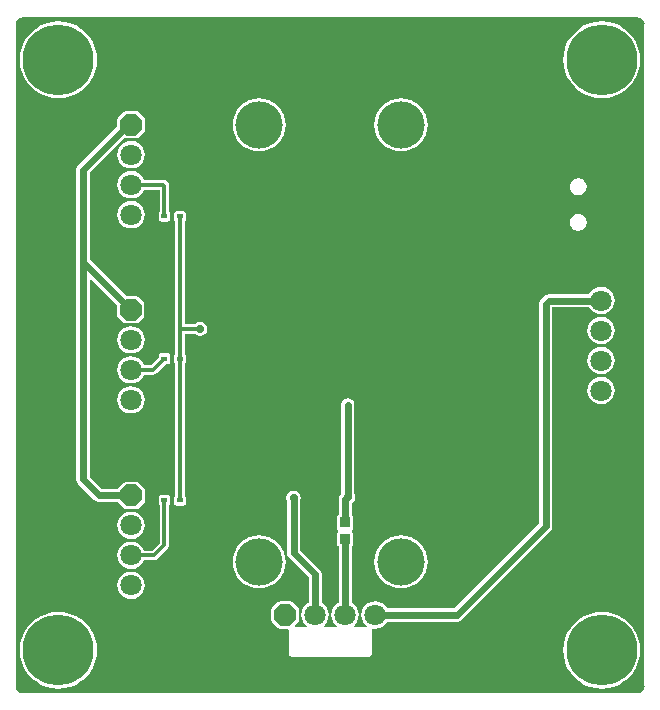
<source format=gbl>
G04 Layer_Physical_Order=2*
G04 Layer_Color=16711680*
%FSLAX44Y44*%
%MOMM*%
G71*
G01*
G75*
%ADD11R,0.8500X0.8500*%
%ADD15C,0.6000*%
%ADD16C,0.3000*%
%ADD17C,1.8000*%
%ADD18P,1.9483X8X22.5*%
%ADD19P,1.9483X8X292.5*%
%ADD20C,6.0000*%
%ADD21C,4.0000*%
%ADD22C,0.7000*%
%ADD23R,0.5000X0.4000*%
G36*
X532381Y575749D02*
X534400Y574400D01*
X535749Y572381D01*
X536189Y570167D01*
X536156Y570000D01*
Y10000D01*
X536189Y9833D01*
X535749Y7619D01*
X534400Y5600D01*
X532381Y4251D01*
X531199Y4016D01*
X530000Y3844D01*
Y3844D01*
X10000D01*
X9833Y3811D01*
X7619Y4251D01*
X5600Y5600D01*
X4251Y7619D01*
X4016Y8801D01*
X3844Y10000D01*
X3844D01*
Y570000D01*
X3811Y570167D01*
X4251Y572381D01*
X5600Y574400D01*
X7619Y575749D01*
X9833Y576189D01*
X10000Y576156D01*
X530000D01*
X530167Y576189D01*
X532381Y575749D01*
D02*
G37*
%LPC*%
G36*
X499500Y271499D02*
X496498Y271104D01*
X493700Y269945D01*
X491298Y268102D01*
X489455Y265700D01*
X488296Y262902D01*
X487901Y259900D01*
X488296Y256898D01*
X489455Y254100D01*
X491298Y251698D01*
X493700Y249855D01*
X496498Y248696D01*
X499500Y248301D01*
X502502Y248696D01*
X505300Y249855D01*
X507702Y251698D01*
X509545Y254100D01*
X510704Y256898D01*
X511099Y259900D01*
X510704Y262902D01*
X509545Y265700D01*
X507702Y268102D01*
X505300Y269945D01*
X502502Y271104D01*
X499500Y271499D01*
D02*
G37*
G36*
X101250Y263749D02*
X98248Y263354D01*
X95450Y262195D01*
X93048Y260352D01*
X91205Y257950D01*
X90046Y255152D01*
X89651Y252150D01*
X90046Y249148D01*
X91205Y246350D01*
X93048Y243948D01*
X95450Y242105D01*
X98248Y240946D01*
X101250Y240551D01*
X104252Y240946D01*
X107050Y242105D01*
X109452Y243948D01*
X111295Y246350D01*
X112454Y249148D01*
X112849Y252150D01*
X112454Y255152D01*
X111295Y257950D01*
X109452Y260352D01*
X107050Y262195D01*
X104252Y263354D01*
X101250Y263749D01*
D02*
G37*
G36*
X101500Y157449D02*
X98498Y157054D01*
X95700Y155895D01*
X93298Y154052D01*
X91455Y151650D01*
X90296Y148852D01*
X89901Y145850D01*
X90296Y142848D01*
X91455Y140050D01*
X93298Y137648D01*
X95700Y135805D01*
X98498Y134646D01*
X101500Y134251D01*
X104502Y134646D01*
X107300Y135805D01*
X109702Y137648D01*
X111545Y140050D01*
X112704Y142848D01*
X113099Y145850D01*
X112704Y148852D01*
X111545Y151650D01*
X109702Y154052D01*
X107300Y155895D01*
X104502Y157054D01*
X101500Y157449D01*
D02*
G37*
G36*
X101250Y314549D02*
X98248Y314154D01*
X95450Y312995D01*
X93048Y311152D01*
X91205Y308750D01*
X90046Y305952D01*
X89651Y302950D01*
X90046Y299948D01*
X91205Y297150D01*
X93048Y294748D01*
X95450Y292905D01*
X98248Y291746D01*
X101250Y291351D01*
X104252Y291746D01*
X107050Y292905D01*
X109452Y294748D01*
X111295Y297150D01*
X112454Y299948D01*
X112849Y302950D01*
X112454Y305952D01*
X111295Y308750D01*
X109452Y311152D01*
X107050Y312995D01*
X104252Y314154D01*
X101250Y314549D01*
D02*
G37*
G36*
X132250Y291549D02*
X127250D01*
X126275Y291355D01*
X125448Y290802D01*
X124895Y289975D01*
X124701Y289000D01*
Y287719D01*
X118611Y281628D01*
X112008D01*
X111295Y283350D01*
X109452Y285752D01*
X107050Y287595D01*
X104252Y288754D01*
X101250Y289149D01*
X98248Y288754D01*
X95450Y287595D01*
X93048Y285752D01*
X91205Y283350D01*
X90046Y280552D01*
X89651Y277550D01*
X90046Y274548D01*
X91205Y271750D01*
X93048Y269348D01*
X95450Y267505D01*
X98248Y266346D01*
X101250Y265951D01*
X104252Y266346D01*
X107050Y267505D01*
X109452Y269348D01*
X111295Y271750D01*
X112008Y273472D01*
X120300D01*
X120300Y273472D01*
X121861Y273782D01*
X123184Y274666D01*
X130969Y282451D01*
X132250D01*
X133225Y282645D01*
X134052Y283198D01*
X134605Y284025D01*
X134799Y285000D01*
Y289000D01*
X134605Y289975D01*
X134052Y290802D01*
X133225Y291355D01*
X132250Y291549D01*
D02*
G37*
G36*
X499500Y296899D02*
X496498Y296504D01*
X493700Y295345D01*
X491298Y293502D01*
X489455Y291100D01*
X488296Y288302D01*
X487901Y285300D01*
X488296Y282298D01*
X489455Y279500D01*
X491298Y277098D01*
X493700Y275255D01*
X496498Y274096D01*
X499500Y273701D01*
X502502Y274096D01*
X505300Y275255D01*
X507702Y277098D01*
X509545Y279500D01*
X510704Y282298D01*
X511099Y285300D01*
X510704Y288302D01*
X509545Y291100D01*
X507702Y293502D01*
X505300Y295345D01*
X502502Y296504D01*
X499500Y296899D01*
D02*
G37*
G36*
X101500Y106649D02*
X98498Y106254D01*
X95700Y105095D01*
X93298Y103252D01*
X91455Y100850D01*
X90296Y98052D01*
X89901Y95050D01*
X90296Y92048D01*
X91455Y89250D01*
X93298Y86848D01*
X95700Y85005D01*
X98498Y83846D01*
X101500Y83451D01*
X104502Y83846D01*
X107300Y85005D01*
X109702Y86848D01*
X111545Y89250D01*
X112704Y92048D01*
X113099Y95050D01*
X112704Y98052D01*
X111545Y100850D01*
X109702Y103252D01*
X107300Y105095D01*
X104502Y106254D01*
X101500Y106649D01*
D02*
G37*
G36*
X500000Y72600D02*
X494900Y72199D01*
X489926Y71005D01*
X485200Y69047D01*
X480838Y66374D01*
X476948Y63052D01*
X473626Y59162D01*
X470953Y54800D01*
X468995Y50074D01*
X467801Y45100D01*
X467399Y40000D01*
X467801Y34900D01*
X468995Y29926D01*
X470953Y25200D01*
X473626Y20838D01*
X476948Y16948D01*
X480838Y13626D01*
X485200Y10953D01*
X489926Y8995D01*
X494900Y7801D01*
X500000Y7400D01*
X505100Y7801D01*
X510074Y8995D01*
X514800Y10953D01*
X519162Y13626D01*
X523052Y16948D01*
X526374Y20838D01*
X529047Y25200D01*
X531005Y29926D01*
X532199Y34900D01*
X532601Y40000D01*
X532199Y45100D01*
X531005Y50074D01*
X529047Y54800D01*
X526374Y59162D01*
X523052Y63052D01*
X519162Y66374D01*
X514800Y69047D01*
X510074Y71005D01*
X505100Y72199D01*
X500000Y72600D01*
D02*
G37*
G36*
X40000D02*
X34900Y72199D01*
X29926Y71005D01*
X25200Y69047D01*
X20838Y66374D01*
X16948Y63052D01*
X13626Y59162D01*
X10953Y54800D01*
X8995Y50074D01*
X7801Y45100D01*
X7400Y40000D01*
X7801Y34900D01*
X8995Y29926D01*
X10953Y25200D01*
X13626Y20838D01*
X16948Y16948D01*
X20838Y13626D01*
X25200Y10953D01*
X29926Y8995D01*
X34900Y7801D01*
X40000Y7400D01*
X45100Y7801D01*
X50074Y8995D01*
X54800Y10953D01*
X59162Y13626D01*
X63052Y16948D01*
X66374Y20838D01*
X69047Y25200D01*
X71005Y29926D01*
X72199Y34900D01*
X72600Y40000D01*
X72199Y45100D01*
X71005Y50074D01*
X69047Y54800D01*
X66374Y59162D01*
X63052Y63052D01*
X59162Y66374D01*
X54800Y69047D01*
X50074Y71005D01*
X45100Y72199D01*
X40000Y72600D01*
D02*
G37*
G36*
X132250Y171549D02*
X127250D01*
X126275Y171355D01*
X125448Y170802D01*
X124895Y169975D01*
X124701Y169000D01*
Y165000D01*
X124895Y164025D01*
X125448Y163198D01*
X125672Y163048D01*
Y131189D01*
X119011Y124528D01*
X112258D01*
X111545Y126250D01*
X109702Y128652D01*
X107300Y130495D01*
X104502Y131654D01*
X101500Y132049D01*
X98498Y131654D01*
X95700Y130495D01*
X93298Y128652D01*
X91455Y126250D01*
X90296Y123452D01*
X89901Y120450D01*
X90296Y117448D01*
X91455Y114650D01*
X93298Y112248D01*
X95700Y110405D01*
X98498Y109246D01*
X101500Y108851D01*
X104502Y109246D01*
X107300Y110405D01*
X109702Y112248D01*
X111545Y114650D01*
X112258Y116372D01*
X120700D01*
X120700Y116372D01*
X122261Y116682D01*
X123584Y117566D01*
X132634Y126616D01*
X133518Y127939D01*
X133828Y129500D01*
X133828Y129500D01*
Y163048D01*
X134052Y163198D01*
X134605Y164025D01*
X134799Y165000D01*
Y169000D01*
X134605Y169975D01*
X134052Y170802D01*
X133225Y171355D01*
X132250Y171549D01*
D02*
G37*
G36*
X330000Y137609D02*
X325589Y137174D01*
X321348Y135888D01*
X317439Y133799D01*
X314013Y130987D01*
X311201Y127561D01*
X309112Y123652D01*
X307826Y119411D01*
X307391Y115000D01*
X307826Y110589D01*
X309112Y106348D01*
X311201Y102439D01*
X314013Y99013D01*
X317439Y96201D01*
X321348Y94112D01*
X325589Y92826D01*
X330000Y92391D01*
X334411Y92826D01*
X338652Y94112D01*
X342561Y96201D01*
X345987Y99013D01*
X348798Y102439D01*
X350888Y106348D01*
X352174Y110589D01*
X352609Y115000D01*
X352174Y119411D01*
X350888Y123652D01*
X348798Y127561D01*
X345987Y130987D01*
X342561Y133799D01*
X338652Y135888D01*
X334411Y137174D01*
X330000Y137609D01*
D02*
G37*
G36*
X210000D02*
X205589Y137174D01*
X201348Y135888D01*
X197439Y133799D01*
X194013Y130987D01*
X191201Y127561D01*
X189112Y123652D01*
X187826Y119411D01*
X187391Y115000D01*
X187826Y110589D01*
X189112Y106348D01*
X191201Y102439D01*
X194013Y99013D01*
X197439Y96201D01*
X201348Y94112D01*
X205589Y92826D01*
X210000Y92391D01*
X214411Y92826D01*
X218652Y94112D01*
X222561Y96201D01*
X225987Y99013D01*
X228799Y102439D01*
X230888Y106348D01*
X232174Y110589D01*
X232609Y115000D01*
X232174Y119411D01*
X230888Y123652D01*
X228799Y127561D01*
X225987Y130987D01*
X222561Y133799D01*
X218652Y135888D01*
X214411Y137174D01*
X210000Y137609D01*
D02*
G37*
G36*
X499500Y322299D02*
X496498Y321904D01*
X493700Y320745D01*
X491298Y318902D01*
X489455Y316500D01*
X488296Y313702D01*
X487901Y310700D01*
X488296Y307698D01*
X489455Y304900D01*
X491298Y302498D01*
X493700Y300655D01*
X496498Y299496D01*
X499500Y299101D01*
X502502Y299496D01*
X505300Y300655D01*
X507702Y302498D01*
X509545Y304900D01*
X510704Y307698D01*
X511099Y310700D01*
X510704Y313702D01*
X509545Y316500D01*
X507702Y318902D01*
X505300Y320745D01*
X502502Y321904D01*
X499500Y322299D01*
D02*
G37*
G36*
X330000Y507609D02*
X325589Y507174D01*
X321348Y505888D01*
X317439Y503799D01*
X314013Y500987D01*
X311201Y497561D01*
X309112Y493652D01*
X307826Y489411D01*
X307391Y485000D01*
X307826Y480589D01*
X309112Y476348D01*
X311201Y472439D01*
X314013Y469013D01*
X317439Y466201D01*
X321348Y464112D01*
X325589Y462826D01*
X330000Y462391D01*
X334411Y462826D01*
X338652Y464112D01*
X342561Y466201D01*
X345987Y469013D01*
X348798Y472439D01*
X350888Y476348D01*
X352174Y480589D01*
X352609Y485000D01*
X352174Y489411D01*
X350888Y493652D01*
X348798Y497561D01*
X345987Y500987D01*
X342561Y503799D01*
X338652Y505888D01*
X334411Y507174D01*
X330000Y507609D01*
D02*
G37*
G36*
X210000D02*
X205589Y507174D01*
X201348Y505888D01*
X197439Y503799D01*
X194013Y500987D01*
X191201Y497561D01*
X189112Y493652D01*
X187826Y489411D01*
X187391Y485000D01*
X187826Y480589D01*
X189112Y476348D01*
X191201Y472439D01*
X194013Y469013D01*
X197439Y466201D01*
X201348Y464112D01*
X205589Y462826D01*
X210000Y462391D01*
X214411Y462826D01*
X218652Y464112D01*
X222561Y466201D01*
X225987Y469013D01*
X228799Y472439D01*
X230888Y476348D01*
X232174Y480589D01*
X232609Y485000D01*
X232174Y489411D01*
X230888Y493652D01*
X228799Y497561D01*
X225987Y500987D01*
X222561Y503799D01*
X218652Y505888D01*
X214411Y507174D01*
X210000Y507609D01*
D02*
G37*
G36*
X101500Y471249D02*
X98498Y470854D01*
X95700Y469695D01*
X93298Y467852D01*
X91455Y465450D01*
X90296Y462652D01*
X89901Y459650D01*
X90296Y456648D01*
X91455Y453850D01*
X93298Y451448D01*
X95700Y449605D01*
X98498Y448446D01*
X101500Y448051D01*
X104502Y448446D01*
X107300Y449605D01*
X109702Y451448D01*
X111545Y453850D01*
X112704Y456648D01*
X113099Y459650D01*
X112704Y462652D01*
X111545Y465450D01*
X109702Y467852D01*
X107300Y469695D01*
X104502Y470854D01*
X101500Y471249D01*
D02*
G37*
G36*
X500000Y572601D02*
X494900Y572199D01*
X489926Y571005D01*
X485200Y569047D01*
X480838Y566374D01*
X476948Y563052D01*
X473626Y559162D01*
X470953Y554800D01*
X468995Y550074D01*
X467801Y545100D01*
X467399Y540000D01*
X467801Y534900D01*
X468995Y529926D01*
X470953Y525200D01*
X473626Y520838D01*
X476948Y516948D01*
X480838Y513626D01*
X485200Y510953D01*
X489926Y508995D01*
X494900Y507801D01*
X500000Y507399D01*
X505100Y507801D01*
X510074Y508995D01*
X514800Y510953D01*
X519162Y513626D01*
X523052Y516948D01*
X526374Y520838D01*
X529047Y525200D01*
X531005Y529926D01*
X532199Y534900D01*
X532601Y540000D01*
X532199Y545100D01*
X531005Y550074D01*
X529047Y554800D01*
X526374Y559162D01*
X523052Y563052D01*
X519162Y566374D01*
X514800Y569047D01*
X510074Y571005D01*
X505100Y572199D01*
X500000Y572601D01*
D02*
G37*
G36*
X40000D02*
X34900Y572199D01*
X29926Y571005D01*
X25200Y569047D01*
X20838Y566374D01*
X16948Y563052D01*
X13626Y559162D01*
X10953Y554800D01*
X8995Y550074D01*
X7801Y545100D01*
X7400Y540000D01*
X7801Y534900D01*
X8995Y529926D01*
X10953Y525200D01*
X13626Y520838D01*
X16948Y516948D01*
X20838Y513626D01*
X25200Y510953D01*
X29926Y508995D01*
X34900Y507801D01*
X40000Y507399D01*
X45100Y507801D01*
X50074Y508995D01*
X54800Y510953D01*
X59162Y513626D01*
X63052Y516948D01*
X66374Y520838D01*
X69047Y525200D01*
X71005Y529926D01*
X72199Y534900D01*
X72600Y540000D01*
X72199Y545100D01*
X71005Y550074D01*
X69047Y554800D01*
X66374Y559162D01*
X63052Y563052D01*
X59162Y566374D01*
X54800Y569047D01*
X50074Y571005D01*
X45100Y572199D01*
X40000Y572601D01*
D02*
G37*
G36*
X106000Y496599D02*
X97000D01*
X96025Y496405D01*
X95198Y495852D01*
X90698Y491352D01*
X90145Y490526D01*
X89951Y489550D01*
Y484132D01*
X56785Y450965D01*
X55569Y449146D01*
X55142Y447000D01*
Y368850D01*
Y184750D01*
X55569Y182604D01*
X56785Y180785D01*
X70285Y167285D01*
X72104Y166069D01*
X74250Y165642D01*
X90233D01*
X90698Y164948D01*
X95198Y160448D01*
X96025Y159895D01*
X97000Y159701D01*
X106000D01*
X106975Y159895D01*
X107802Y160448D01*
X112302Y164948D01*
X112855Y165774D01*
X113049Y166750D01*
Y175750D01*
X112855Y176726D01*
X112302Y177552D01*
X107802Y182052D01*
X106975Y182605D01*
X106000Y182799D01*
X97000D01*
X96025Y182605D01*
X95198Y182052D01*
X90698Y177552D01*
X90233Y176858D01*
X76573D01*
X66358Y187073D01*
Y353652D01*
X67531Y354138D01*
X89701Y331968D01*
Y323850D01*
X89895Y322875D01*
X90448Y322048D01*
X94948Y317548D01*
X95774Y316995D01*
X96750Y316801D01*
X105750D01*
X106725Y316995D01*
X107552Y317548D01*
X112052Y322048D01*
X112605Y322875D01*
X112799Y323850D01*
Y332850D01*
X112605Y333825D01*
X112052Y334652D01*
X107552Y339152D01*
X106725Y339705D01*
X105750Y339899D01*
X97632D01*
X66358Y371173D01*
Y444677D01*
X95635Y473955D01*
X96025Y473695D01*
X97000Y473501D01*
X106000D01*
X106975Y473695D01*
X107802Y474248D01*
X112302Y478748D01*
X112855Y479575D01*
X113049Y480550D01*
Y489550D01*
X112855Y490526D01*
X112302Y491352D01*
X107802Y495852D01*
X106975Y496405D01*
X106814Y496437D01*
X106000Y496599D01*
D02*
G37*
G36*
X480497Y409588D02*
X479503D01*
X477747Y409239D01*
X476828Y408858D01*
X475340Y407864D01*
X474636Y407160D01*
X473642Y405672D01*
X473261Y404753D01*
X472912Y402997D01*
Y402746D01*
X472863Y402500D01*
X472912Y402254D01*
Y402003D01*
X473261Y400247D01*
X473642Y399328D01*
X474636Y397840D01*
X475340Y397136D01*
X476828Y396142D01*
X477747Y395761D01*
X479503Y395412D01*
X480497D01*
X482253Y395761D01*
X483172Y396142D01*
X484660Y397136D01*
X485364Y397840D01*
X486358Y399328D01*
X486739Y400247D01*
X487088Y402003D01*
Y402254D01*
X487137Y402500D01*
X487088Y402746D01*
Y402997D01*
X486739Y404753D01*
X486358Y405672D01*
X485364Y407160D01*
X484660Y407864D01*
X483172Y408858D01*
X482253Y409239D01*
X480497Y409588D01*
D02*
G37*
G36*
X499500Y347699D02*
X496498Y347304D01*
X493700Y346145D01*
X491298Y344302D01*
X489455Y341900D01*
X489375Y341708D01*
X455100D01*
X452954Y341281D01*
X451135Y340065D01*
X448535Y337465D01*
X447319Y335646D01*
X446892Y333500D01*
Y147323D01*
X375177Y75608D01*
X318225D01*
X318145Y75800D01*
X316302Y78202D01*
X313900Y80045D01*
X311102Y81204D01*
X308100Y81599D01*
X305098Y81204D01*
X302300Y80045D01*
X299898Y78202D01*
X298055Y75800D01*
X296896Y73002D01*
X296501Y70000D01*
X296896Y66998D01*
X298055Y64200D01*
X299898Y61798D01*
X300914Y61019D01*
X300482Y59749D01*
X290318D01*
X289886Y61019D01*
X290902Y61798D01*
X292745Y64200D01*
X293904Y66998D01*
X294299Y70000D01*
X293904Y73002D01*
X292745Y75800D01*
X290902Y78202D01*
X288500Y80045D01*
X288308Y80125D01*
Y127867D01*
X288802Y128198D01*
X289355Y129025D01*
X289549Y130000D01*
Y138500D01*
X289355Y139475D01*
X288802Y140302D01*
X288444Y140542D01*
Y141958D01*
X288802Y142198D01*
X289355Y143025D01*
X289549Y144000D01*
Y152500D01*
X289355Y153476D01*
X288802Y154302D01*
X288358Y154600D01*
Y165027D01*
X289326Y165674D01*
X290652Y167659D01*
X291117Y170000D01*
X290652Y172341D01*
X290608Y172407D01*
Y248000D01*
X290181Y250146D01*
X288965Y251965D01*
X287146Y253181D01*
X285000Y253608D01*
X282854Y253181D01*
X281035Y251965D01*
X279819Y250146D01*
X279392Y248000D01*
Y172407D01*
X279348Y172341D01*
X279333Y172263D01*
X278785Y171715D01*
X277569Y169896D01*
X277142Y167750D01*
Y154600D01*
X276698Y154302D01*
X276145Y153476D01*
X275951Y152500D01*
Y144000D01*
X276145Y143025D01*
X276698Y142198D01*
X277056Y141958D01*
Y140542D01*
X276698Y140302D01*
X276145Y139475D01*
X275951Y138500D01*
Y130000D01*
X276145Y129025D01*
X276698Y128198D01*
X277092Y127934D01*
Y80125D01*
X276900Y80045D01*
X274498Y78202D01*
X272655Y75800D01*
X271496Y73002D01*
X271101Y70000D01*
X271496Y66998D01*
X272655Y64200D01*
X274498Y61798D01*
X275513Y61019D01*
X275082Y59749D01*
X264918D01*
X264487Y61019D01*
X265502Y61798D01*
X267345Y64200D01*
X268504Y66998D01*
X268899Y70000D01*
X268504Y73002D01*
X267345Y75800D01*
X265502Y78202D01*
X263100Y80045D01*
X262908Y80125D01*
Y104450D01*
X262481Y106596D01*
X261265Y108415D01*
X244608Y125073D01*
Y166593D01*
X244652Y166659D01*
X245117Y169000D01*
X244652Y171341D01*
X243326Y173326D01*
X241341Y174652D01*
X239000Y175117D01*
X236659Y174652D01*
X234674Y173326D01*
X233348Y171341D01*
X232882Y169000D01*
X233348Y166659D01*
X233392Y166593D01*
Y122750D01*
X233819Y120604D01*
X235035Y118785D01*
X251692Y102127D01*
Y80125D01*
X251500Y80045D01*
X249098Y78202D01*
X247255Y75800D01*
X246096Y73002D01*
X245701Y70000D01*
X246096Y66998D01*
X247255Y64200D01*
X249098Y61798D01*
X250114Y61019D01*
X249682Y59749D01*
X240413D01*
X239927Y60922D01*
X242702Y63698D01*
X243255Y64525D01*
X243449Y65500D01*
Y74500D01*
X243255Y75476D01*
X242702Y76302D01*
X238202Y80802D01*
X237375Y81355D01*
X236400Y81549D01*
X227400D01*
X226425Y81355D01*
X225598Y80802D01*
X221098Y76302D01*
X220545Y75476D01*
X220351Y74500D01*
Y65500D01*
X220545Y64525D01*
X221098Y63698D01*
X225598Y59198D01*
X226425Y58645D01*
X227400Y58451D01*
X233918D01*
X234951Y57200D01*
Y37200D01*
X235145Y36225D01*
X235698Y35398D01*
X236525Y34845D01*
X237500Y34651D01*
X302500D01*
X303475Y34845D01*
X304302Y35398D01*
X304855Y36225D01*
X305049Y37200D01*
Y57200D01*
X304983Y57530D01*
X305904Y58662D01*
X305950Y58684D01*
X308100Y58401D01*
X311102Y58796D01*
X313900Y59955D01*
X316302Y61798D01*
X318145Y64200D01*
X318225Y64392D01*
X377500D01*
X379646Y64819D01*
X381465Y66035D01*
X456465Y141035D01*
X457681Y142854D01*
X458108Y145000D01*
Y330492D01*
X489375D01*
X489455Y330300D01*
X491298Y327898D01*
X493700Y326055D01*
X496498Y324896D01*
X499500Y324501D01*
X502502Y324896D01*
X505300Y326055D01*
X507702Y327898D01*
X509545Y330300D01*
X510704Y333098D01*
X511099Y336100D01*
X510704Y339102D01*
X509545Y341900D01*
X507702Y344302D01*
X505300Y346145D01*
X502502Y347304D01*
X499500Y347699D01*
D02*
G37*
G36*
X145250Y412049D02*
X140250D01*
X139275Y411855D01*
X138448Y411302D01*
X137895Y410475D01*
X137701Y409500D01*
Y405500D01*
X137895Y404525D01*
X138448Y403698D01*
X138672Y403548D01*
Y312000D01*
X138672Y312000D01*
X138672Y312000D01*
Y290952D01*
X138448Y290802D01*
X137895Y289975D01*
X137701Y289000D01*
Y285000D01*
X137895Y284025D01*
X138448Y283198D01*
X138672Y283048D01*
Y170952D01*
X138448Y170802D01*
X137895Y169975D01*
X137701Y169000D01*
Y165000D01*
X137895Y164025D01*
X138448Y163198D01*
X139275Y162645D01*
X140250Y162451D01*
X145250D01*
X146225Y162645D01*
X147052Y163198D01*
X147605Y164025D01*
X147799Y165000D01*
Y169000D01*
X147605Y169975D01*
X147052Y170802D01*
X146828Y170952D01*
Y283048D01*
X147052Y283198D01*
X147605Y284025D01*
X147799Y285000D01*
Y289000D01*
X147605Y289975D01*
X147052Y290802D01*
X146828Y290952D01*
Y308172D01*
X155259D01*
X155424Y307924D01*
X157409Y306598D01*
X159750Y306133D01*
X162091Y306598D01*
X164076Y307924D01*
X165402Y309909D01*
X165868Y312250D01*
X165402Y314591D01*
X164076Y316576D01*
X162091Y317902D01*
X159750Y318368D01*
X157409Y317902D01*
X155424Y316576D01*
X155259Y316328D01*
X146828D01*
Y403548D01*
X147052Y403698D01*
X147605Y404525D01*
X147799Y405500D01*
Y409500D01*
X147605Y410475D01*
X147052Y411302D01*
X146225Y411855D01*
X145250Y412049D01*
D02*
G37*
G36*
X480497Y439588D02*
X479503D01*
X477747Y439239D01*
X476828Y438858D01*
X475340Y437864D01*
X474636Y437160D01*
X473642Y435672D01*
X473261Y434753D01*
X472912Y432997D01*
Y432746D01*
X472863Y432500D01*
X472912Y432254D01*
Y432003D01*
X473261Y430247D01*
X473642Y429328D01*
X474636Y427840D01*
X475340Y427136D01*
X476828Y426142D01*
X477747Y425761D01*
X479503Y425412D01*
X480497D01*
X482253Y425761D01*
X483172Y426142D01*
X484660Y427136D01*
X485364Y427840D01*
X486358Y429328D01*
X486739Y430247D01*
X487088Y432003D01*
Y432254D01*
X487137Y432500D01*
X487088Y432746D01*
Y432997D01*
X486739Y434753D01*
X486358Y435672D01*
X485364Y437160D01*
X484660Y437864D01*
X483172Y438858D01*
X482253Y439239D01*
X480497Y439588D01*
D02*
G37*
G36*
X101500Y445849D02*
X98498Y445454D01*
X95700Y444295D01*
X93298Y442452D01*
X91455Y440050D01*
X90296Y437252D01*
X89901Y434250D01*
X90296Y431248D01*
X91455Y428450D01*
X93298Y426048D01*
X95700Y424205D01*
X98498Y423046D01*
X101500Y422651D01*
X104502Y423046D01*
X107300Y424205D01*
X109702Y426048D01*
X111545Y428450D01*
X112258Y430172D01*
X125672D01*
Y411452D01*
X125448Y411302D01*
X124895Y410475D01*
X124701Y409500D01*
Y405500D01*
X124895Y404525D01*
X125448Y403698D01*
X126275Y403145D01*
X127250Y402951D01*
X132250D01*
X133225Y403145D01*
X134052Y403698D01*
X134605Y404525D01*
X134799Y405500D01*
Y409500D01*
X134605Y410475D01*
X134052Y411302D01*
X133828Y411452D01*
Y433250D01*
X133518Y434811D01*
X132634Y436134D01*
X132634Y436134D01*
X131634Y437134D01*
X130311Y438018D01*
X128750Y438328D01*
X128750Y438328D01*
X112258D01*
X111545Y440050D01*
X109702Y442452D01*
X107300Y444295D01*
X104502Y445454D01*
X101500Y445849D01*
D02*
G37*
G36*
Y420449D02*
X98498Y420054D01*
X95700Y418895D01*
X93298Y417052D01*
X91455Y414650D01*
X90296Y411852D01*
X89901Y408850D01*
X90296Y405848D01*
X91455Y403050D01*
X93298Y400648D01*
X95700Y398805D01*
X98498Y397646D01*
X101500Y397251D01*
X104502Y397646D01*
X107300Y398805D01*
X109702Y400648D01*
X111545Y403050D01*
X112704Y405848D01*
X113099Y408850D01*
X112704Y411852D01*
X111545Y414650D01*
X109702Y417052D01*
X107300Y418895D01*
X104502Y420054D01*
X101500Y420449D01*
D02*
G37*
%LPD*%
D11*
X282750Y148250D02*
D03*
Y134250D02*
D03*
D15*
X239000Y122750D02*
X257300Y104450D01*
X239000Y122750D02*
Y169000D01*
X282750Y167750D02*
X285000Y170000D01*
X282750Y148250D02*
Y167750D01*
X285000Y170000D02*
Y248000D01*
X452500Y145000D02*
Y333500D01*
X308100Y70000D02*
X377500D01*
X452500Y145000D01*
X282700Y134200D02*
X282750Y134250D01*
X257300Y70000D02*
Y104450D01*
X282700Y70000D02*
Y134200D01*
X98800Y485050D02*
X101500D01*
X60750Y447000D02*
X98800Y485050D01*
X60750Y368850D02*
Y447000D01*
Y368850D02*
X101250Y328350D01*
X74250Y171250D02*
X101500D01*
X60750Y184750D02*
X74250Y171250D01*
X60750Y184750D02*
Y368850D01*
X455100Y336100D02*
X499500D01*
X452500Y333500D02*
X455100Y336100D01*
D16*
X142750Y312000D02*
Y407500D01*
Y287000D02*
Y312000D01*
X143000Y312250D01*
X159750D01*
X142750Y167000D02*
Y287000D01*
X129750Y129500D02*
Y167000D01*
X120700Y120450D02*
X129750Y129500D01*
X101500Y120450D02*
X120700D01*
X120300Y277550D02*
X129750Y287000D01*
X101250Y277550D02*
X120300D01*
X129750Y407500D02*
Y433250D01*
X128750Y434250D02*
X129750Y433250D01*
X101500Y434250D02*
X128750D01*
D17*
X308100Y70000D02*
D03*
X282700D02*
D03*
X257300D02*
D03*
X101500Y408850D02*
D03*
Y434250D02*
D03*
Y459650D02*
D03*
Y95050D02*
D03*
Y120450D02*
D03*
Y145850D02*
D03*
X101250Y252150D02*
D03*
Y277550D02*
D03*
Y302950D02*
D03*
X499500Y336100D02*
D03*
Y259900D02*
D03*
Y285300D02*
D03*
Y310700D02*
D03*
D18*
X231900Y70000D02*
D03*
D19*
X101500Y485050D02*
D03*
Y171250D02*
D03*
X101250Y328350D02*
D03*
D20*
X500000Y540000D02*
D03*
X40000D02*
D03*
Y40000D02*
D03*
X500000D02*
D03*
D21*
X330000Y115000D02*
D03*
X210000D02*
D03*
X330000Y485000D02*
D03*
X210000D02*
D03*
D22*
X239000Y169000D02*
D03*
X285000Y170000D02*
D03*
X159750Y312250D02*
D03*
D23*
X142750Y167000D02*
D03*
X129750D02*
D03*
X142750Y407500D02*
D03*
X129750D02*
D03*
X142750Y287000D02*
D03*
X129750D02*
D03*
M02*

</source>
